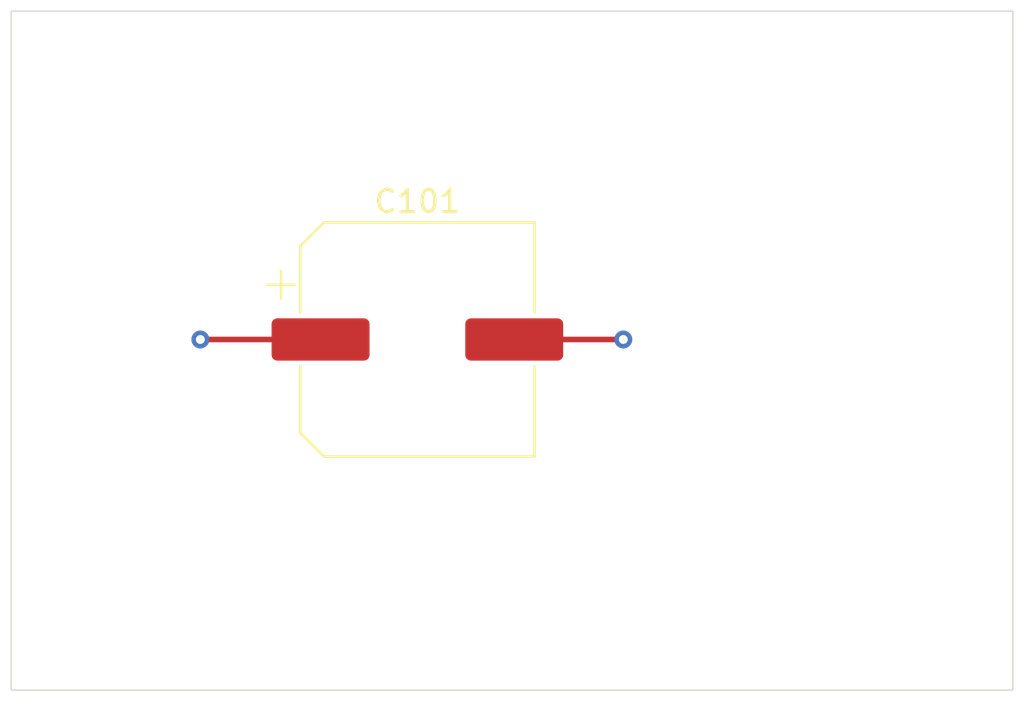
<source format=kicad_pcb>
(kicad_pcb (version 20171130) (host pcbnew "(5.1.4)-1")

  (general
    (thickness 1.6)
    (drawings 4)
    (tracks 4)
    (zones 0)
    (modules 1)
    (nets 3)
  )

  (page A4)
  (layers
    (0 F.Cu signal)
    (1 In1.Cu signal)
    (2 In2.Cu signal)
    (31 B.Cu signal)
    (32 B.Adhes user)
    (33 F.Adhes user)
    (34 B.Paste user)
    (35 F.Paste user)
    (36 B.SilkS user)
    (37 F.SilkS user)
    (38 B.Mask user)
    (39 F.Mask user)
    (40 Dwgs.User user)
    (41 Cmts.User user)
    (42 Eco1.User user)
    (43 Eco2.User user)
    (44 Edge.Cuts user)
    (45 Margin user)
    (46 B.CrtYd user)
    (47 F.CrtYd user)
    (48 B.Fab user)
    (49 F.Fab user)
  )

  (setup
    (last_trace_width 0.25)
    (trace_clearance 0.2)
    (zone_clearance 0.508)
    (zone_45_only no)
    (trace_min 0.2)
    (via_size 0.8)
    (via_drill 0.4)
    (via_min_size 0.4)
    (via_min_drill 0.3)
    (uvia_size 0.3)
    (uvia_drill 0.1)
    (uvias_allowed no)
    (uvia_min_size 0.2)
    (uvia_min_drill 0.1)
    (edge_width 0.05)
    (segment_width 0.2)
    (pcb_text_width 0.3)
    (pcb_text_size 1.5 1.5)
    (mod_edge_width 0.12)
    (mod_text_size 1 1)
    (mod_text_width 0.15)
    (pad_size 4.4 1.9)
    (pad_drill 0)
    (pad_to_mask_clearance 0.051)
    (solder_mask_min_width 0.25)
    (aux_axis_origin 0 0)
    (visible_elements FFFFFF7F)
    (pcbplotparams
      (layerselection 0x010fc_ffffffff)
      (usegerberextensions false)
      (usegerberattributes false)
      (usegerberadvancedattributes false)
      (creategerberjobfile false)
      (excludeedgelayer true)
      (linewidth 0.100000)
      (plotframeref false)
      (viasonmask false)
      (mode 1)
      (useauxorigin false)
      (hpglpennumber 1)
      (hpglpenspeed 20)
      (hpglpendiameter 15.000000)
      (psnegative false)
      (psa4output false)
      (plotreference true)
      (plotvalue true)
      (plotinvisibletext false)
      (padsonsilk false)
      (subtractmaskfromsilk false)
      (outputformat 1)
      (mirror false)
      (drillshape 1)
      (scaleselection 1)
      (outputdirectory ""))
  )

  (net 0 "")
  (net 1 VCC)
  (net 2 GND)

  (net_class Default "This is the default net class."
    (clearance 0.2)
    (trace_width 0.25)
    (via_dia 0.8)
    (via_drill 0.4)
    (uvia_dia 0.3)
    (uvia_drill 0.1)
    (add_net GND)
    (add_net VCC)
  )

  (module Capacitor_SMD:CP_Elec_10x7.9 (layer F.Cu) (tedit 5D9F2414) (tstamp 5D9F2254)
    (at 133.25 72.25)
    (descr "SMD capacitor, aluminum electrolytic, Panasonic F8, 10.0x7.9mm")
    (tags "capacitor electrolytic")
    (path /5DAB428B)
    (attr smd)
    (fp_text reference C101 (at 0 -6.2) (layer F.SilkS)
      (effects (font (size 1 1) (thickness 0.15)))
    )
    (fp_text value C (at 0 6.2) (layer F.Fab)
      (effects (font (size 1 1) (thickness 0.15)))
    )
    (fp_circle (center 0 0) (end 5 0) (layer F.Fab) (width 0.1))
    (fp_line (start 5.15 -5.15) (end 5.15 5.15) (layer F.Fab) (width 0.1))
    (fp_line (start -4.15 -5.15) (end 5.15 -5.15) (layer F.Fab) (width 0.1))
    (fp_line (start -4.15 5.15) (end 5.15 5.15) (layer F.Fab) (width 0.1))
    (fp_line (start -5.15 -4.15) (end -5.15 4.15) (layer F.Fab) (width 0.1))
    (fp_line (start -5.15 -4.15) (end -4.15 -5.15) (layer F.Fab) (width 0.1))
    (fp_line (start -5.15 4.15) (end -4.15 5.15) (layer F.Fab) (width 0.1))
    (fp_line (start -4.558325 -1.7) (end -3.558325 -1.7) (layer F.Fab) (width 0.1))
    (fp_line (start -4.058325 -2.2) (end -4.058325 -1.2) (layer F.Fab) (width 0.1))
    (fp_line (start 5.26 5.26) (end 5.26 1.21) (layer F.SilkS) (width 0.12))
    (fp_line (start 5.26 -5.26) (end 5.26 -1.21) (layer F.SilkS) (width 0.12))
    (fp_line (start -4.195563 -5.26) (end 5.26 -5.26) (layer F.SilkS) (width 0.12))
    (fp_line (start -4.195563 5.26) (end 5.26 5.26) (layer F.SilkS) (width 0.12))
    (fp_line (start -5.26 4.195563) (end -5.26 1.21) (layer F.SilkS) (width 0.12))
    (fp_line (start -5.26 -4.195563) (end -5.26 -1.21) (layer F.SilkS) (width 0.12))
    (fp_line (start -5.26 -4.195563) (end -4.195563 -5.26) (layer F.SilkS) (width 0.12))
    (fp_line (start -5.26 4.195563) (end -4.195563 5.26) (layer F.SilkS) (width 0.12))
    (fp_line (start -6.75 -2.46) (end -5.5 -2.46) (layer F.SilkS) (width 0.12))
    (fp_line (start -6.125 -3.085) (end -6.125 -1.835) (layer F.SilkS) (width 0.12))
    (fp_line (start 5.4 -5.4) (end 5.4 -1.2) (layer F.CrtYd) (width 0.05))
    (fp_line (start 5.4 -1.2) (end 6.8 -1.2) (layer F.CrtYd) (width 0.05))
    (fp_line (start 6.8 -1.2) (end 6.8 1.2) (layer F.CrtYd) (width 0.05))
    (fp_line (start 6.8 1.2) (end 5.4 1.2) (layer F.CrtYd) (width 0.05))
    (fp_line (start 5.4 1.2) (end 5.4 5.4) (layer F.CrtYd) (width 0.05))
    (fp_line (start -4.25 5.4) (end 5.4 5.4) (layer F.CrtYd) (width 0.05))
    (fp_line (start -4.25 -5.4) (end 5.4 -5.4) (layer F.CrtYd) (width 0.05))
    (fp_line (start -5.4 4.25) (end -4.25 5.4) (layer F.CrtYd) (width 0.05))
    (fp_line (start -5.4 -4.25) (end -4.25 -5.4) (layer F.CrtYd) (width 0.05))
    (fp_line (start -5.4 -4.25) (end -5.4 -1.2) (layer F.CrtYd) (width 0.05))
    (fp_line (start -5.4 1.2) (end -5.4 4.25) (layer F.CrtYd) (width 0.05))
    (fp_line (start -5.4 -1.2) (end -6.8 -1.2) (layer F.CrtYd) (width 0.05))
    (fp_line (start -6.8 -1.2) (end -6.8 1.2) (layer F.CrtYd) (width 0.05))
    (fp_line (start -6.8 1.2) (end -5.4 1.2) (layer F.CrtYd) (width 0.05))
    (fp_text user %R (at 0 0) (layer F.Fab)
      (effects (font (size 1 1) (thickness 0.15)))
    )
    (pad 1 smd roundrect (at -4.35 0) (size 4.4 1.9) (layers F.Cu F.Paste F.Mask) (roundrect_rratio 0.132)
      (net 1 VCC))
    (pad 2 smd roundrect (at 4.35 0) (size 4.4 1.9) (layers F.Cu F.Paste F.Mask) (roundrect_rratio 0.132)
      (net 2 GND))
    (model ${KISYS3DMOD}/Capacitor_SMD.3dshapes/CP_Elec_10x7.9.wrl
      (at (xyz 0 0 0))
      (scale (xyz 1 1 1))
      (rotate (xyz 0 0 0))
    )
  )

  (gr_line (start 115 88) (end 115 57.5) (layer Edge.Cuts) (width 0.05))
  (gr_line (start 160 88) (end 115 88) (layer Edge.Cuts) (width 0.05))
  (gr_line (start 160 57.5) (end 160 88) (layer Edge.Cuts) (width 0.05))
  (gr_line (start 115 57.5) (end 160 57.5) (layer Edge.Cuts) (width 0.05))

  (segment (start 128.9 72.25) (end 123.5 72.25) (width 0.25) (layer F.Cu) (net 1))
  (via (at 123.5 72.25) (size 0.8) (drill 0.4) (layers F.Cu B.Cu) (net 1))
  (segment (start 137.6 72.25) (end 142.5 72.25) (width 0.25) (layer F.Cu) (net 2))
  (via (at 142.5 72.25) (size 0.8) (drill 0.4) (layers F.Cu B.Cu) (net 2))

  (zone (net 2) (net_name GND) (layer In1.Cu) (tstamp 0) (hatch edge 0.508)
    (connect_pads (clearance 0.508))
    (min_thickness 0.254)
    (fill yes (arc_segments 32) (thermal_gap 0.508) (thermal_bridge_width 0.508))
    (polygon
      (pts
        (xy 114.5 57) (xy 160.5 57) (xy 160.5 88.75) (xy 114.5 88.75)
      )
    )
    (filled_polygon
      (pts
        (xy 159.340001 87.34) (xy 115.66 87.34) (xy 115.66 72.148061) (xy 122.465 72.148061) (xy 122.465 72.351939)
        (xy 122.504774 72.551898) (xy 122.582795 72.740256) (xy 122.696063 72.909774) (xy 122.840226 73.053937) (xy 123.009744 73.167205)
        (xy 123.198102 73.245226) (xy 123.398061 73.285) (xy 123.601939 73.285) (xy 123.801898 73.245226) (xy 123.990256 73.167205)
        (xy 124.159774 73.053937) (xy 124.303937 72.909774) (xy 124.417205 72.740256) (xy 124.495226 72.551898) (xy 124.535 72.351939)
        (xy 124.535 72.148061) (xy 124.495226 71.948102) (xy 124.417205 71.759744) (xy 124.303937 71.590226) (xy 124.159774 71.446063)
        (xy 123.990256 71.332795) (xy 123.801898 71.254774) (xy 123.601939 71.215) (xy 123.398061 71.215) (xy 123.198102 71.254774)
        (xy 123.009744 71.332795) (xy 122.840226 71.446063) (xy 122.696063 71.590226) (xy 122.582795 71.759744) (xy 122.504774 71.948102)
        (xy 122.465 72.148061) (xy 115.66 72.148061) (xy 115.66 58.16) (xy 159.34 58.16)
      )
    )
  )
  (zone (net 1) (net_name VCC) (layer In2.Cu) (tstamp 0) (hatch edge 0.508)
    (connect_pads (clearance 0.508))
    (min_thickness 0.254)
    (fill yes (arc_segments 32) (thermal_gap 0.508) (thermal_bridge_width 0.508))
    (polygon
      (pts
        (xy 114.5 57) (xy 160.5 57) (xy 160.5 88.75) (xy 114.5 88.75)
      )
    )
    (filled_polygon
      (pts
        (xy 159.340001 87.34) (xy 115.66 87.34) (xy 115.66 72.148061) (xy 141.465 72.148061) (xy 141.465 72.351939)
        (xy 141.504774 72.551898) (xy 141.582795 72.740256) (xy 141.696063 72.909774) (xy 141.840226 73.053937) (xy 142.009744 73.167205)
        (xy 142.198102 73.245226) (xy 142.398061 73.285) (xy 142.601939 73.285) (xy 142.801898 73.245226) (xy 142.990256 73.167205)
        (xy 143.159774 73.053937) (xy 143.303937 72.909774) (xy 143.417205 72.740256) (xy 143.495226 72.551898) (xy 143.535 72.351939)
        (xy 143.535 72.148061) (xy 143.495226 71.948102) (xy 143.417205 71.759744) (xy 143.303937 71.590226) (xy 143.159774 71.446063)
        (xy 142.990256 71.332795) (xy 142.801898 71.254774) (xy 142.601939 71.215) (xy 142.398061 71.215) (xy 142.198102 71.254774)
        (xy 142.009744 71.332795) (xy 141.840226 71.446063) (xy 141.696063 71.590226) (xy 141.582795 71.759744) (xy 141.504774 71.948102)
        (xy 141.465 72.148061) (xy 115.66 72.148061) (xy 115.66 58.16) (xy 159.34 58.16)
      )
    )
  )
)

</source>
